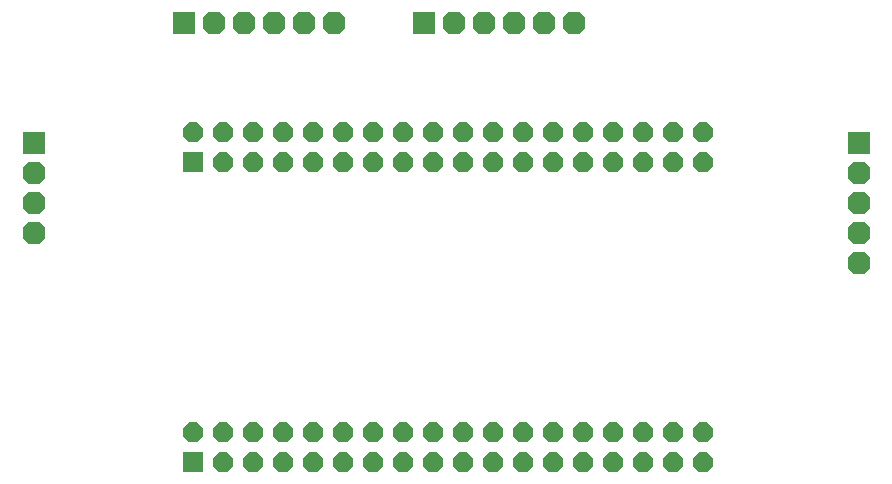
<source format=gbr>
G04 EAGLE Gerber RS-274X export*
G75*
%MOMM*%
%FSLAX34Y34*%
%LPD*%
%INSoldermask Bottom*%
%IPPOS*%
%AMOC8*
5,1,8,0,0,1.08239X$1,22.5*%
G01*
%ADD10R,1.676400X1.676400*%
%ADD11P,1.814519X8X22.500000*%
%ADD12P,2.089446X8X112.500000*%
%ADD13R,1.930400X1.930400*%
%ADD14P,2.089446X8X22.500000*%


D10*
X236900Y108960D03*
D11*
X236900Y134360D03*
X262300Y108960D03*
X262300Y134360D03*
X287700Y108960D03*
X287700Y134360D03*
X313100Y108960D03*
X313100Y134360D03*
X338500Y108960D03*
X338500Y134360D03*
X363900Y108960D03*
X363900Y134360D03*
X389300Y108960D03*
X389300Y134360D03*
X414700Y108960D03*
X414700Y134360D03*
X440100Y108960D03*
X440100Y134360D03*
X465500Y108960D03*
X465500Y134360D03*
X490900Y108960D03*
X490900Y134360D03*
X516300Y108960D03*
X516300Y134360D03*
X541700Y108960D03*
X541700Y134360D03*
X567100Y108960D03*
X567100Y134360D03*
X592500Y108960D03*
X592500Y134360D03*
X617900Y108960D03*
X617900Y134360D03*
X643300Y108960D03*
X643300Y134360D03*
X668700Y108960D03*
X668700Y134360D03*
D10*
X236900Y362960D03*
D11*
X236900Y388360D03*
X262300Y362960D03*
X262300Y388360D03*
X287700Y362960D03*
X287700Y388360D03*
X313100Y362960D03*
X313100Y388360D03*
X338500Y362960D03*
X338500Y388360D03*
X363900Y362960D03*
X363900Y388360D03*
X389300Y362960D03*
X389300Y388360D03*
X414700Y362960D03*
X414700Y388360D03*
X440100Y362960D03*
X440100Y388360D03*
X465500Y362960D03*
X465500Y388360D03*
X490900Y362960D03*
X490900Y388360D03*
X516300Y362960D03*
X516300Y388360D03*
X541700Y362960D03*
X541700Y388360D03*
X567100Y362960D03*
X567100Y388360D03*
X592500Y362960D03*
X592500Y388360D03*
X617900Y362960D03*
X617900Y388360D03*
X643300Y362960D03*
X643300Y388360D03*
X668700Y362960D03*
X668700Y388360D03*
D12*
X457200Y480060D03*
D13*
X431800Y480060D03*
D12*
X482600Y480060D03*
X508000Y480060D03*
X533400Y480060D03*
X558800Y480060D03*
X254000Y480060D03*
D13*
X228600Y480060D03*
D12*
X279400Y480060D03*
X304800Y480060D03*
X330200Y480060D03*
X355600Y480060D03*
D14*
X101600Y353060D03*
D13*
X101600Y378460D03*
D14*
X101600Y327660D03*
X101600Y302260D03*
X800100Y353060D03*
D13*
X800100Y378460D03*
D14*
X800100Y327660D03*
X800100Y302260D03*
X800100Y276860D03*
M02*

</source>
